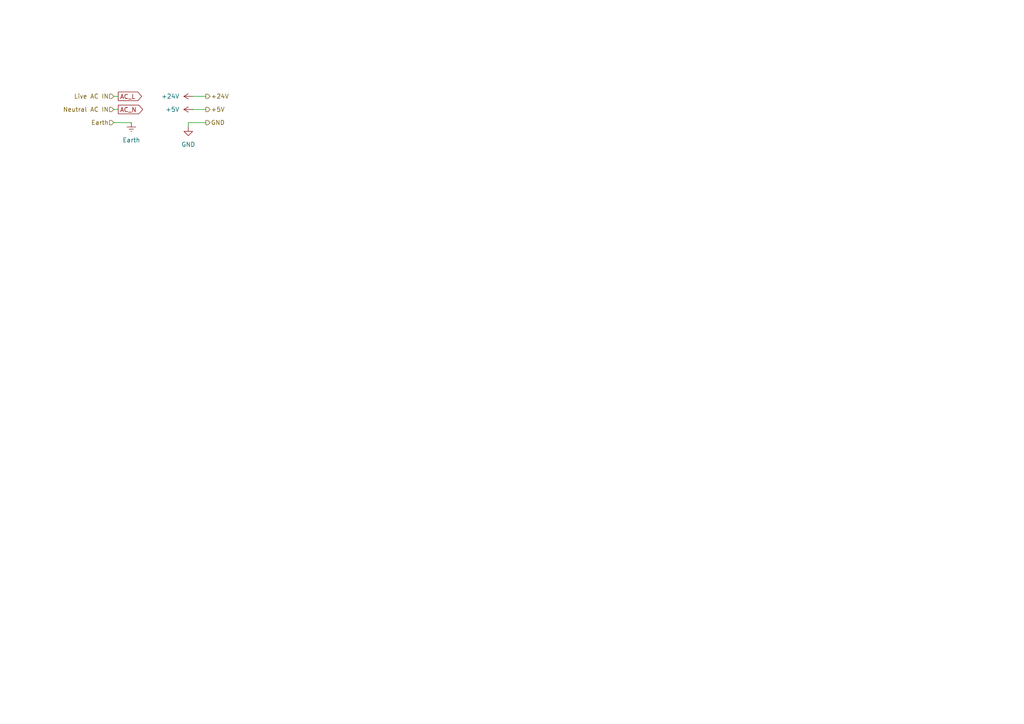
<source format=kicad_sch>
(kicad_sch
	(version 20250114)
	(generator "eeschema")
	(generator_version "9.0")
	(uuid "82539c6a-c35d-43cd-a39f-64e847c1536b")
	(paper "A4")
	(lib_symbols
		(symbol "power:+24V"
			(power)
			(pin_numbers
				(hide yes)
			)
			(pin_names
				(offset 0)
				(hide yes)
			)
			(exclude_from_sim no)
			(in_bom yes)
			(on_board yes)
			(property "Reference" "#PWR"
				(at 0 -3.81 0)
				(effects
					(font
						(size 1.27 1.27)
					)
					(hide yes)
				)
			)
			(property "Value" "+24V"
				(at 0 3.556 0)
				(effects
					(font
						(size 1.27 1.27)
					)
				)
			)
			(property "Footprint" ""
				(at 0 0 0)
				(effects
					(font
						(size 1.27 1.27)
					)
					(hide yes)
				)
			)
			(property "Datasheet" ""
				(at 0 0 0)
				(effects
					(font
						(size 1.27 1.27)
					)
					(hide yes)
				)
			)
			(property "Description" "Power symbol creates a global label with name \"+24V\""
				(at 0 0 0)
				(effects
					(font
						(size 1.27 1.27)
					)
					(hide yes)
				)
			)
			(property "ki_keywords" "global power"
				(at 0 0 0)
				(effects
					(font
						(size 1.27 1.27)
					)
					(hide yes)
				)
			)
			(symbol "+24V_0_1"
				(polyline
					(pts
						(xy -0.762 1.27) (xy 0 2.54)
					)
					(stroke
						(width 0)
						(type default)
					)
					(fill
						(type none)
					)
				)
				(polyline
					(pts
						(xy 0 2.54) (xy 0.762 1.27)
					)
					(stroke
						(width 0)
						(type default)
					)
					(fill
						(type none)
					)
				)
				(polyline
					(pts
						(xy 0 0) (xy 0 2.54)
					)
					(stroke
						(width 0)
						(type default)
					)
					(fill
						(type none)
					)
				)
			)
			(symbol "+24V_1_1"
				(pin power_in line
					(at 0 0 90)
					(length 0)
					(name "~"
						(effects
							(font
								(size 1.27 1.27)
							)
						)
					)
					(number "1"
						(effects
							(font
								(size 1.27 1.27)
							)
						)
					)
				)
			)
			(embedded_fonts no)
		)
		(symbol "power:+5V"
			(power)
			(pin_numbers
				(hide yes)
			)
			(pin_names
				(offset 0)
				(hide yes)
			)
			(exclude_from_sim no)
			(in_bom yes)
			(on_board yes)
			(property "Reference" "#PWR"
				(at 0 -3.81 0)
				(effects
					(font
						(size 1.27 1.27)
					)
					(hide yes)
				)
			)
			(property "Value" "+5V"
				(at 0 3.556 0)
				(effects
					(font
						(size 1.27 1.27)
					)
				)
			)
			(property "Footprint" ""
				(at 0 0 0)
				(effects
					(font
						(size 1.27 1.27)
					)
					(hide yes)
				)
			)
			(property "Datasheet" ""
				(at 0 0 0)
				(effects
					(font
						(size 1.27 1.27)
					)
					(hide yes)
				)
			)
			(property "Description" "Power symbol creates a global label with name \"+5V\""
				(at 0 0 0)
				(effects
					(font
						(size 1.27 1.27)
					)
					(hide yes)
				)
			)
			(property "ki_keywords" "global power"
				(at 0 0 0)
				(effects
					(font
						(size 1.27 1.27)
					)
					(hide yes)
				)
			)
			(symbol "+5V_0_1"
				(polyline
					(pts
						(xy -0.762 1.27) (xy 0 2.54)
					)
					(stroke
						(width 0)
						(type default)
					)
					(fill
						(type none)
					)
				)
				(polyline
					(pts
						(xy 0 2.54) (xy 0.762 1.27)
					)
					(stroke
						(width 0)
						(type default)
					)
					(fill
						(type none)
					)
				)
				(polyline
					(pts
						(xy 0 0) (xy 0 2.54)
					)
					(stroke
						(width 0)
						(type default)
					)
					(fill
						(type none)
					)
				)
			)
			(symbol "+5V_1_1"
				(pin power_in line
					(at 0 0 90)
					(length 0)
					(name "~"
						(effects
							(font
								(size 1.27 1.27)
							)
						)
					)
					(number "1"
						(effects
							(font
								(size 1.27 1.27)
							)
						)
					)
				)
			)
			(embedded_fonts no)
		)
		(symbol "power:Earth"
			(power)
			(pin_numbers
				(hide yes)
			)
			(pin_names
				(offset 0)
				(hide yes)
			)
			(exclude_from_sim no)
			(in_bom yes)
			(on_board yes)
			(property "Reference" "#PWR"
				(at 0 -6.35 0)
				(effects
					(font
						(size 1.27 1.27)
					)
					(hide yes)
				)
			)
			(property "Value" "Earth"
				(at 0 -3.81 0)
				(effects
					(font
						(size 1.27 1.27)
					)
				)
			)
			(property "Footprint" ""
				(at 0 0 0)
				(effects
					(font
						(size 1.27 1.27)
					)
					(hide yes)
				)
			)
			(property "Datasheet" "~"
				(at 0 0 0)
				(effects
					(font
						(size 1.27 1.27)
					)
					(hide yes)
				)
			)
			(property "Description" "Power symbol creates a global label with name \"Earth\""
				(at 0 0 0)
				(effects
					(font
						(size 1.27 1.27)
					)
					(hide yes)
				)
			)
			(property "ki_keywords" "global ground gnd"
				(at 0 0 0)
				(effects
					(font
						(size 1.27 1.27)
					)
					(hide yes)
				)
			)
			(symbol "Earth_0_1"
				(polyline
					(pts
						(xy -0.635 -1.905) (xy 0.635 -1.905)
					)
					(stroke
						(width 0)
						(type default)
					)
					(fill
						(type none)
					)
				)
				(polyline
					(pts
						(xy -0.127 -2.54) (xy 0.127 -2.54)
					)
					(stroke
						(width 0)
						(type default)
					)
					(fill
						(type none)
					)
				)
				(polyline
					(pts
						(xy 0 -1.27) (xy 0 0)
					)
					(stroke
						(width 0)
						(type default)
					)
					(fill
						(type none)
					)
				)
				(polyline
					(pts
						(xy 1.27 -1.27) (xy -1.27 -1.27)
					)
					(stroke
						(width 0)
						(type default)
					)
					(fill
						(type none)
					)
				)
			)
			(symbol "Earth_1_1"
				(pin power_in line
					(at 0 0 270)
					(length 0)
					(name "~"
						(effects
							(font
								(size 1.27 1.27)
							)
						)
					)
					(number "1"
						(effects
							(font
								(size 1.27 1.27)
							)
						)
					)
				)
			)
			(embedded_fonts no)
		)
		(symbol "power:GND"
			(power)
			(pin_numbers
				(hide yes)
			)
			(pin_names
				(offset 0)
				(hide yes)
			)
			(exclude_from_sim no)
			(in_bom yes)
			(on_board yes)
			(property "Reference" "#PWR"
				(at 0 -6.35 0)
				(effects
					(font
						(size 1.27 1.27)
					)
					(hide yes)
				)
			)
			(property "Value" "GND"
				(at 0 -3.81 0)
				(effects
					(font
						(size 1.27 1.27)
					)
				)
			)
			(property "Footprint" ""
				(at 0 0 0)
				(effects
					(font
						(size 1.27 1.27)
					)
					(hide yes)
				)
			)
			(property "Datasheet" ""
				(at 0 0 0)
				(effects
					(font
						(size 1.27 1.27)
					)
					(hide yes)
				)
			)
			(property "Description" "Power symbol creates a global label with name \"GND\" , ground"
				(at 0 0 0)
				(effects
					(font
						(size 1.27 1.27)
					)
					(hide yes)
				)
			)
			(property "ki_keywords" "global power"
				(at 0 0 0)
				(effects
					(font
						(size 1.27 1.27)
					)
					(hide yes)
				)
			)
			(symbol "GND_0_1"
				(polyline
					(pts
						(xy 0 0) (xy 0 -1.27) (xy 1.27 -1.27) (xy 0 -2.54) (xy -1.27 -1.27) (xy 0 -1.27)
					)
					(stroke
						(width 0)
						(type default)
					)
					(fill
						(type none)
					)
				)
			)
			(symbol "GND_1_1"
				(pin power_in line
					(at 0 0 270)
					(length 0)
					(name "~"
						(effects
							(font
								(size 1.27 1.27)
							)
						)
					)
					(number "1"
						(effects
							(font
								(size 1.27 1.27)
							)
						)
					)
				)
			)
			(embedded_fonts no)
		)
	)
	(wire
		(pts
			(xy 55.88 27.94) (xy 59.69 27.94)
		)
		(stroke
			(width 0)
			(type default)
		)
		(uuid "5d3032cf-8e1b-4864-a632-d5c71659826e")
	)
	(wire
		(pts
			(xy 55.88 31.75) (xy 59.69 31.75)
		)
		(stroke
			(width 0)
			(type default)
		)
		(uuid "7b702c67-9bbe-4e29-87c1-2f6d5becba02")
	)
	(wire
		(pts
			(xy 54.61 36.83) (xy 54.61 35.56)
		)
		(stroke
			(width 0)
			(type default)
		)
		(uuid "948106c9-e5da-4e19-8930-2178fb727d98")
	)
	(wire
		(pts
			(xy 54.61 35.56) (xy 59.69 35.56)
		)
		(stroke
			(width 0)
			(type default)
		)
		(uuid "a75e3d73-2a92-42cf-9945-7a226de2d0df")
	)
	(wire
		(pts
			(xy 34.29 31.75) (xy 33.02 31.75)
		)
		(stroke
			(width 0)
			(type default)
		)
		(uuid "b747c9ab-5078-4681-9313-25880cd53a14")
	)
	(wire
		(pts
			(xy 34.29 27.94) (xy 33.02 27.94)
		)
		(stroke
			(width 0)
			(type default)
		)
		(uuid "bd9a7367-f076-4de2-ade8-40065f6536b8")
	)
	(wire
		(pts
			(xy 33.02 35.56) (xy 38.1 35.56)
		)
		(stroke
			(width 0)
			(type default)
		)
		(uuid "e5f08e3d-dd1d-45ae-97f2-0bf7e0c93014")
	)
	(global_label "AC_N"
		(shape output)
		(at 34.29 31.75 0)
		(fields_autoplaced yes)
		(effects
			(font
				(size 1.27 1.27)
			)
			(justify left)
		)
		(uuid "3863cad4-db23-49dd-8da8-e793fef186bb")
		(property "Intersheetrefs" "${INTERSHEET_REFS}"
			(at 41.9319 31.75 0)
			(effects
				(font
					(size 1.27 1.27)
				)
				(justify left)
				(hide yes)
			)
		)
	)
	(global_label "AC_L"
		(shape output)
		(at 34.29 27.94 0)
		(fields_autoplaced yes)
		(effects
			(font
				(size 1.27 1.27)
			)
			(justify left)
		)
		(uuid "d1c6dc55-104b-4670-a30b-31baf73b75a3")
		(property "Intersheetrefs" "${INTERSHEET_REFS}"
			(at 41.6295 27.94 0)
			(effects
				(font
					(size 1.27 1.27)
				)
				(justify left)
				(hide yes)
			)
		)
	)
	(hierarchical_label "GND"
		(shape output)
		(at 59.69 35.56 0)
		(effects
			(font
				(size 1.27 1.27)
			)
			(justify left)
		)
		(uuid "6d9e14f8-9579-4726-a9c2-f2066d1fc34b")
	)
	(hierarchical_label "Live AC IN"
		(shape input)
		(at 33.02 27.94 180)
		(effects
			(font
				(size 1.27 1.27)
			)
			(justify right)
		)
		(uuid "cf25f70e-9339-4e38-a3c9-f2f0971c7fd0")
	)
	(hierarchical_label "Neutral AC IN"
		(shape input)
		(at 33.02 31.75 180)
		(effects
			(font
				(size 1.27 1.27)
			)
			(justify right)
		)
		(uuid "d3224b92-df00-454b-baee-61331d249d82")
	)
	(hierarchical_label "+24V"
		(shape output)
		(at 59.69 27.94 0)
		(effects
			(font
				(size 1.27 1.27)
			)
			(justify left)
		)
		(uuid "dc7efd2f-be2b-4236-b91b-0370c9cbbb3e")
	)
	(hierarchical_label "+5V"
		(shape output)
		(at 59.69 31.75 0)
		(effects
			(font
				(size 1.27 1.27)
			)
			(justify left)
		)
		(uuid "f3a91e64-58e0-42c8-bce6-57ef846e54ca")
	)
	(hierarchical_label "Earth"
		(shape input)
		(at 33.02 35.56 180)
		(effects
			(font
				(size 1.27 1.27)
			)
			(justify right)
		)
		(uuid "fd368c21-7ff2-45ee-bff5-28d38b706405")
	)
	(symbol
		(lib_id "power:Earth")
		(at 38.1 35.56 0)
		(unit 1)
		(exclude_from_sim no)
		(in_bom yes)
		(on_board yes)
		(dnp no)
		(fields_autoplaced yes)
		(uuid "648fdcc2-0475-49c2-b78f-3341e3b29541")
		(property "Reference" "#PWR01"
			(at 38.1 41.91 0)
			(effects
				(font
					(size 1.27 1.27)
				)
				(hide yes)
			)
		)
		(property "Value" "Earth"
			(at 38.1 40.64 0)
			(effects
				(font
					(size 1.27 1.27)
				)
			)
		)
		(property "Footprint" ""
			(at 38.1 35.56 0)
			(effects
				(font
					(size 1.27 1.27)
				)
				(hide yes)
			)
		)
		(property "Datasheet" "~"
			(at 38.1 35.56 0)
			(effects
				(font
					(size 1.27 1.27)
				)
				(hide yes)
			)
		)
		(property "Description" "Power symbol creates a global label with name \"Earth\""
			(at 38.1 35.56 0)
			(effects
				(font
					(size 1.27 1.27)
				)
				(hide yes)
			)
		)
		(pin "1"
			(uuid "9421e47f-57d9-47bf-8a7b-42dd4b37f223")
		)
		(instances
			(project "HW_HTB_PFU_MAIN"
				(path "/8502ea7d-f2d8-4443-99aa-8c64d27b64f2/8af84ec4-f9ff-4e86-b3d8-160fe4617c9c"
					(reference "#PWR01")
					(unit 1)
				)
			)
		)
	)
	(symbol
		(lib_id "power:+24V")
		(at 55.88 27.94 90)
		(unit 1)
		(exclude_from_sim no)
		(in_bom yes)
		(on_board yes)
		(dnp no)
		(fields_autoplaced yes)
		(uuid "6510fa68-0f07-4076-9631-de6586a0b49a")
		(property "Reference" "#PWR05"
			(at 59.69 27.94 0)
			(effects
				(font
					(size 1.27 1.27)
				)
				(hide yes)
			)
		)
		(property "Value" "+24V"
			(at 52.07 27.9399 90)
			(effects
				(font
					(size 1.27 1.27)
				)
				(justify left)
			)
		)
		(property "Footprint" ""
			(at 55.88 27.94 0)
			(effects
				(font
					(size 1.27 1.27)
				)
				(hide yes)
			)
		)
		(property "Datasheet" ""
			(at 55.88 27.94 0)
			(effects
				(font
					(size 1.27 1.27)
				)
				(hide yes)
			)
		)
		(property "Description" "Power symbol creates a global label with name \"+24V\""
			(at 55.88 27.94 0)
			(effects
				(font
					(size 1.27 1.27)
				)
				(hide yes)
			)
		)
		(pin "1"
			(uuid "e0d1d4a5-a7ca-45fc-bb25-95451168ae7c")
		)
		(instances
			(project "HW_HTB_PFU_MAIN"
				(path "/8502ea7d-f2d8-4443-99aa-8c64d27b64f2/8af84ec4-f9ff-4e86-b3d8-160fe4617c9c"
					(reference "#PWR05")
					(unit 1)
				)
			)
		)
	)
	(symbol
		(lib_id "power:+5V")
		(at 55.88 31.75 90)
		(unit 1)
		(exclude_from_sim no)
		(in_bom yes)
		(on_board yes)
		(dnp no)
		(fields_autoplaced yes)
		(uuid "850961d3-969d-41e2-98f4-6a4829de5cb7")
		(property "Reference" "#PWR04"
			(at 59.69 31.75 0)
			(effects
				(font
					(size 1.27 1.27)
				)
				(hide yes)
			)
		)
		(property "Value" "+5V"
			(at 52.07 31.7499 90)
			(effects
				(font
					(size 1.27 1.27)
				)
				(justify left)
			)
		)
		(property "Footprint" ""
			(at 55.88 31.75 0)
			(effects
				(font
					(size 1.27 1.27)
				)
				(hide yes)
			)
		)
		(property "Datasheet" ""
			(at 55.88 31.75 0)
			(effects
				(font
					(size 1.27 1.27)
				)
				(hide yes)
			)
		)
		(property "Description" "Power symbol creates a global label with name \"+5V\""
			(at 55.88 31.75 0)
			(effects
				(font
					(size 1.27 1.27)
				)
				(hide yes)
			)
		)
		(pin "1"
			(uuid "38cb9753-9c47-4c53-a9e4-1077375742bc")
		)
		(instances
			(project "HW_HTB_PFU_MAIN"
				(path "/8502ea7d-f2d8-4443-99aa-8c64d27b64f2/8af84ec4-f9ff-4e86-b3d8-160fe4617c9c"
					(reference "#PWR04")
					(unit 1)
				)
			)
		)
	)
	(symbol
		(lib_id "power:GND")
		(at 54.61 36.83 0)
		(unit 1)
		(exclude_from_sim no)
		(in_bom yes)
		(on_board yes)
		(dnp no)
		(fields_autoplaced yes)
		(uuid "d5abab46-d1cd-4b2d-b69c-2e304b98d49e")
		(property "Reference" "#PWR02"
			(at 54.61 43.18 0)
			(effects
				(font
					(size 1.27 1.27)
				)
				(hide yes)
			)
		)
		(property "Value" "GND"
			(at 54.61 41.91 0)
			(effects
				(font
					(size 1.27 1.27)
				)
			)
		)
		(property "Footprint" ""
			(at 54.61 36.83 0)
			(effects
				(font
					(size 1.27 1.27)
				)
				(hide yes)
			)
		)
		(property "Datasheet" ""
			(at 54.61 36.83 0)
			(effects
				(font
					(size 1.27 1.27)
				)
				(hide yes)
			)
		)
		(property "Description" "Power symbol creates a global label with name \"GND\" , ground"
			(at 54.61 36.83 0)
			(effects
				(font
					(size 1.27 1.27)
				)
				(hide yes)
			)
		)
		(pin "1"
			(uuid "d08d631c-49df-48af-9e8f-8557345262ce")
		)
		(instances
			(project "HW_HTB_PFU_MAIN"
				(path "/8502ea7d-f2d8-4443-99aa-8c64d27b64f2/8af84ec4-f9ff-4e86-b3d8-160fe4617c9c"
					(reference "#PWR02")
					(unit 1)
				)
			)
		)
	)
)

</source>
